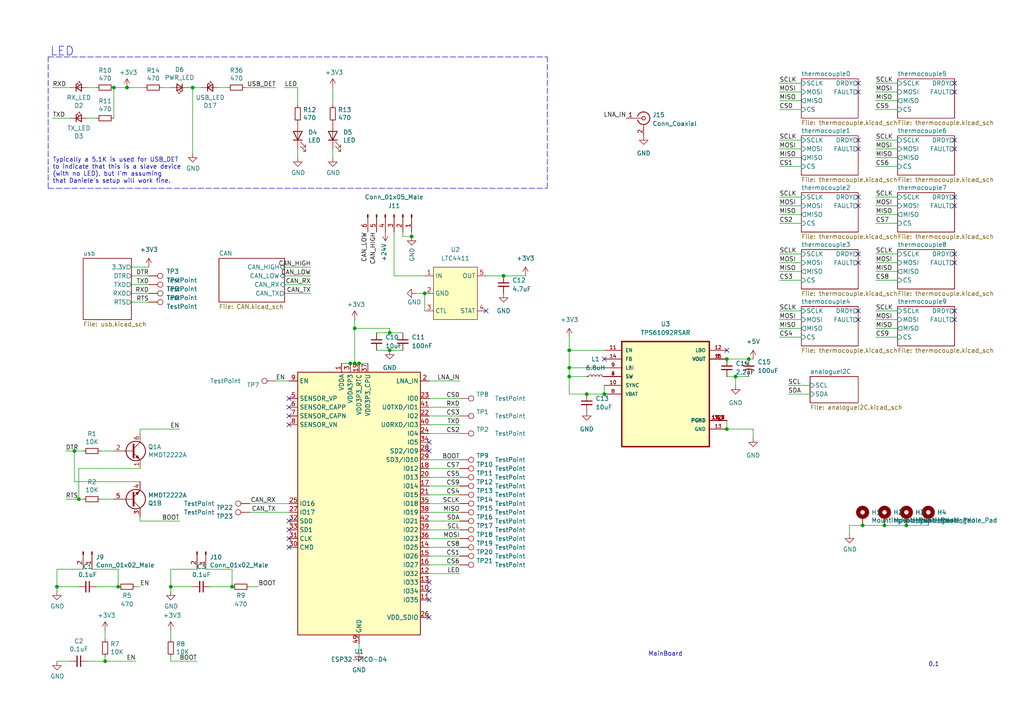
<source format=kicad_sch>
(kicad_sch (version 20211123) (generator eeschema)
  (paper "A4")
  (lib_symbols
    (symbol "Connector:Conn_01x02_Male" (pin_names (offset 1.016) hide)
      (property "Reference" "J" (at 0 2.54 0))
      (property "Value" "Conn_01x02_Male" (at 0 -5.08 0))
      (symbol "Conn_01x02_Male_1_1"
        (pin passive line (at 5.08 0 180) (length 3.81) (name "Pin_1") (number "1"))
        (pin passive line (at 5.08 -2.54 180) (length 3.81) (name "Pin_2") (number "2"))
      )
    )
    (symbol "Connector:Conn_01x06_Male" (pin_names (offset 1.016) hide)
      (property "Reference" "J" (at 0 7.62 0))
      (property "Value" "Conn_01x06_Male" (at 0 -10.16 0))
      (symbol "Conn_01x06_Male_1_1"
        (pin passive line (at 5.08 5.08 180) (length 3.81) (name "Pin_1") (number "1"))
        (pin passive line (at 5.08 2.54 180) (length 3.81) (name "Pin_2") (number "2"))
        (pin passive line (at 5.08 0 180) (length 3.81) (name "Pin_3") (number "3"))
        (pin passive line (at 5.08 -2.54 180) (length 3.81) (name "Pin_4") (number "4"))
        (pin passive line (at 5.08 -5.08 180) (length 3.81) (name "Pin_5") (number "5"))
        (pin passive line (at 5.08 -7.62 180) (length 3.81) (name "Pin_6") (number "6"))
      )
    )
    (symbol "Connector:Conn_Coaxial" (pin_names (offset 1.016) hide)
      (property "Reference" "J" (at 0.254 3.048 0))
      (property "Value" "Conn_Coaxial" (at 2.921 0 90))
      (symbol "Conn_Coaxial_1_1"
        (pin passive line (at -5.08 0 0) (length 2.54) (name "In") (number "1"))
        (pin passive line (at 0 -5.08 90) (length 2.54) (name "Ext") (number "2"))
      )
    )
    (symbol "Connector:TestPoint" (pin_numbers hide) (pin_names (offset 0.762) hide)
      (property "Reference" "TP" (at 0 6.858 0))
      (property "Value" "TestPoint" (at 0 5.08 0))
      (symbol "TestPoint_1_1"
        (pin passive line (at 0 0 90) (length 2.54) (name "1") (number "1"))
      )
    )
    (symbol "Device:C_Polarized_Small_US" (pin_numbers hide) (pin_names (offset 0.254) hide)
      (property "Reference" "C" (at 0.254 1.778 0))
      (property "Value" "C_Polarized_Small_US" (at 0.254 -2.032 0))
      (symbol "C_Polarized_Small_US_1_1"
        (pin passive line (at 0 2.54 270) (length 2.032) (name "~") (number "1"))
        (pin passive line (at 0 -2.54 90) (length 2.032) (name "~") (number "2"))
      )
    )
    (symbol "Device:C_Small" (pin_numbers hide) (pin_names (offset 0.254) hide)
      (property "Reference" "C" (at 0.254 1.778 0))
      (property "Value" "C_Small" (at 0.254 -2.032 0))
      (symbol "C_Small_1_1"
        (pin passive line (at 0 2.54 270) (length 2.032) (name "~") (number "1"))
        (pin passive line (at 0 -2.54 90) (length 2.032) (name "~") (number "2"))
      )
    )
    (symbol "Device:LED" (pin_numbers hide) (pin_names (offset 1.016) hide)
      (property "Reference" "D" (at 0 2.54 0))
      (property "Value" "LED" (at 0 -2.54 0))
      (symbol "LED_1_1"
        (pin passive line (at -3.81 0 0) (length 2.54) (name "K") (number "1"))
        (pin passive line (at 3.81 0 180) (length 2.54) (name "A") (number "2"))
      )
    )
    (symbol "Device:LED_Small" (pin_numbers hide) (pin_names (offset 0.254) hide)
      (property "Reference" "D" (at -1.27 3.175 0))
      (property "Value" "LED_Small" (at -4.445 -2.54 0))
      (symbol "LED_Small_1_1"
        (pin passive line (at -2.54 0 0) (length 1.778) (name "K") (number "1"))
        (pin passive line (at 2.54 0 180) (length 1.778) (name "A") (number "2"))
      )
    )
    (symbol "Device:L_Small" (pin_numbers hide) (pin_names (offset 0.254) hide)
      (property "Reference" "L" (at 0.762 1.016 0))
      (property "Value" "L_Small" (at 0.762 -1.016 0))
      (symbol "L_Small_1_1"
        (pin passive line (at 0 2.54 270) (length 0.508) (name "~") (number "1"))
        (pin passive line (at 0 -2.54 90) (length 0.508) (name "~") (number "2"))
      )
    )
    (symbol "Device:R_Small" (pin_numbers hide) (pin_names (offset 0.254) hide)
      (property "Reference" "R" (at 0.762 0.508 0))
      (property "Value" "R_Small" (at 0.762 -1.016 0))
      (symbol "R_Small_1_1"
        (pin passive line (at 0 2.54 270) (length 0.762) (name "~") (number "1"))
        (pin passive line (at 0 -2.54 90) (length 0.762) (name "~") (number "2"))
      )
    )
    (symbol "Mainboard-rescue:+3.3V-Mainboard-cache" (power) (pin_names (offset 0))
      (property "Value" "+3.3V-Mainboard-cache" (at 0 3.556 0))
      (symbol "+3.3V-Mainboard-cache_1_1"
        (pin power_in line (at 0 0 90) (length 0) hide (name "+3V3") (number "1"))
      )
    )
    (symbol "Mechanical:MountingHole_Pad" (pin_numbers hide) (pin_names (offset 1.016) hide)
      (property "Reference" "H" (at 0 6.35 0))
      (property "Value" "MountingHole_Pad" (at 0 4.445 0))
      (symbol "MountingHole_Pad_1_1"
        (pin input line (at 0 -2.54 90) (length 2.54) (name "1") (number "1"))
      )
    )
    (symbol "RF_Module:ESP32-PICO-D4"
      (property "Reference" "U" (at -17.78 39.37 0))
      (property "Value" "ESP32-PICO-D4" (at 3.81 39.37 0))
      (symbol "ESP32-PICO-D4_0_0"
        (pin power_in line (at -5.08 40.64 270) (length 2.54) (name "VDDA") (number "1"))
        (pin input line (at 20.32 -25.4 180) (length 2.54) (name "IO34") (number "10"))
        (pin input line (at 20.32 -27.94 180) (length 2.54) (name "IO35") (number "11"))
        (pin bidirectional line (at 20.32 -20.32 180) (length 2.54) (name "IO32") (number "12"))
        (pin bidirectional line (at 20.32 -22.86 180) (length 2.54) (name "IO33") (number "13"))
        (pin bidirectional line (at 20.32 -12.7 180) (length 2.54) (name "IO25") (number "14"))
        (pin bidirectional line (at 20.32 -15.24 180) (length 2.54) (name "IO26") (number "15"))
        (pin bidirectional line (at 20.32 -17.78 180) (length 2.54) (name "IO27") (number "16"))
        (pin bidirectional line (at 20.32 5.08 180) (length 2.54) (name "IO14") (number "17"))
        (pin bidirectional line (at 20.32 10.16 180) (length 2.54) (name "IO12") (number "18"))
        (pin power_in line (at 0 40.64 270) (length 2.54) (name "VDD3P3_RTC") (number "19"))
        (pin bidirectional line (at 20.32 35.56 180) (length 2.54) (name "LNA_IN") (number "2"))
        (pin bidirectional line (at 20.32 7.62 180) (length 2.54) (name "IO13") (number "20"))
        (pin bidirectional line (at 20.32 2.54 180) (length 2.54) (name "IO15") (number "21"))
        (pin bidirectional line (at 20.32 25.4 180) (length 2.54) (name "IO2") (number "22"))
        (pin bidirectional line (at 20.32 30.48 180) (length 2.54) (name "IO0") (number "23"))
        (pin bidirectional line (at 20.32 20.32 180) (length 2.54) (name "IO4") (number "24"))
        (pin bidirectional line (at -20.32 0 0) (length 2.54) (name "IO16") (number "25"))
        (pin power_out line (at 20.32 -33.02 180) (length 2.54) (name "VDD_SDIO") (number "26"))
        (pin bidirectional line (at -20.32 -2.54 0) (length 2.54) (name "IO17") (number "27"))
        (pin bidirectional line (at 20.32 15.24 180) (length 2.54) (name "SD2/IO9") (number "28"))
        (pin bidirectional line (at 20.32 12.7 180) (length 2.54) (name "SD3/IO10") (number "29"))
        (pin power_in line (at -2.54 40.64 270) (length 2.54) (name "VDDA3P3") (number "3"))
        (pin bidirectional line (at -20.32 -12.7 0) (length 2.54) (name "CMD") (number "30"))
        (pin bidirectional line (at -20.32 -10.16 0) (length 2.54) (name "CLK") (number "31"))
        (pin bidirectional line (at -20.32 -5.08 0) (length 2.54) (name "SD0") (number "32"))
        (pin bidirectional line (at -20.32 -7.62 0) (length 2.54) (name "SD1") (number "33"))
        (pin bidirectional line (at 20.32 17.78 180) (length 2.54) (name "IO5") (number "34"))
        (pin bidirectional line (at 20.32 0 180) (length 2.54) (name "IO18") (number "35"))
        (pin bidirectional line (at 20.32 -10.16 180) (length 2.54) (name "IO23") (number "36"))
        (pin power_in line (at 2.54 40.64 270) (length 2.54) (name "VDD3P3_CPU") (number "37"))
        (pin bidirectional line (at 20.32 -2.54 180) (length 2.54) (name "IO19") (number "38"))
        (pin bidirectional line (at 20.32 -7.62 180) (length 2.54) (name "IO22") (number "39"))
        (pin passive line (at -2.54 40.64 270) (length 2.54) hide (name "VDDA3P3") (number "4"))
        (pin bidirectional line (at 20.32 22.86 180) (length 2.54) (name "U0RXD/IO3") (number "40"))
        (pin bidirectional line (at 20.32 27.94 180) (length 2.54) (name "U0TXD/IO1") (number "41"))
        (pin bidirectional line (at 20.32 -5.08 180) (length 2.54) (name "IO21") (number "42"))
        (pin passive line (at -5.08 40.64 270) (length 2.54) hide (name "VDDA") (number "43"))
        (pin no_connect line (at -17.78 -25.4 0) (length 2.54) hide (name "XTAL_N_NC") (number "44"))
        (pin no_connect line (at -17.78 -27.94 0) (length 2.54) hide (name "XTAL_P_NC") (number "45"))
        (pin passive line (at -5.08 40.64 270) (length 2.54) hide (name "VDDA") (number "46"))
        (pin no_connect line (at -17.78 -30.48 0) (length 2.54) hide (name "CAP2_NC") (number "47"))
        (pin no_connect line (at -17.78 -33.02 0) (length 2.54) hide (name "CAP1_NC") (number "48"))
        (pin power_in line (at 0 -40.64 90) (length 2.54) (name "GND") (number "49"))
        (pin input line (at -20.32 30.48 0) (length 2.54) (name "SENSOR_VP") (number "5"))
        (pin input line (at -20.32 27.94 0) (length 2.54) (name "SENSOR_CAPP") (number "6"))
        (pin input line (at -20.32 25.4 0) (length 2.54) (name "SENSOR_CAPN") (number "7"))
        (pin input line (at -20.32 22.86 0) (length 2.54) (name "SENSOR_VN") (number "8"))
        (pin input line (at -20.32 35.56 0) (length 2.54) (name "EN") (number "9"))
      )
    )
    (symbol "Transistor_BJT:MMDT2222A" (pin_names (offset 0) hide)
      (property "Reference" "Q" (at 5.08 1.27 0))
      (property "Value" "MMDT2222A" (at 5.08 -1.27 0))
      (symbol "MMDT2222A_1_1"
        (pin passive line (at 2.54 -5.08 90) (length 2.54) (name "E1") (number "1"))
        (pin input line (at -5.08 0 0) (length 2.54) (name "B1") (number "2"))
        (pin passive line (at 2.54 5.08 270) (length 2.54) (name "C1") (number "6"))
      )
      (symbol "MMDT2222A_2_1"
        (pin passive line (at 2.54 5.08 270) (length 2.54) (name "C2") (number "3"))
        (pin passive line (at 2.54 -5.08 90) (length 2.54) (name "E2") (number "4"))
        (pin input line (at -5.08 0 0) (length 2.54) (name "B2") (number "5"))
      )
    )
    (symbol "analogue-cache:+3.3V" (power) (pin_names (offset 0))
      (property "Value" "+3.3V" (at 0 3.556 0))
      (symbol "+3.3V_1_1"
        (pin power_in line (at 0 0 90) (length 0) hide (name "+3V3") (number "1"))
      )
    )
    (symbol "iclr:LTC4411"
      (property "Reference" "U" (at 0 1.27 0))
      (property "Value" "LTC4411" (at 0 -1.27 0))
      (symbol "LTC4411_1_1"
        (pin power_in line (at -8.89 -5.08 0) (length 2.54) (name "IN") (number "1"))
        (pin output line (at -8.89 -10.16 0) (length 2.54) (name "GND") (number "2"))
        (pin input line (at -8.89 -15.24 0) (length 2.54) (name "CTL") (number "3"))
        (pin input line (at 8.89 -15.24 180) (length 2.54) (name "STAT") (number "4"))
        (pin power_out line (at 8.89 -5.08 180) (length 2.54) (name "OUT") (number "5"))
      )
    )
    (symbol "iclr:TPS61092RSAR" (pin_names (offset 1.016))
      (property "Reference" "U" (at -12.7 16.2306 0))
      (property "Value" "TPS61092RSAR" (at -12.7 -19.2278 0))
      (symbol "TPS61092RSAR_0_0"
        (pin output line (at 17.78 10.16 180) (length 5.08) (name "VOUT") (number "1"))
        (pin input line (at -17.78 2.54 0) (length 5.08) (name "SYNC") (number "10"))
        (pin input line (at -17.78 12.7 0) (length 5.08) (name "EN") (number "11"))
        (pin output line (at 17.78 12.7 180) (length 5.08) (name "LBO") (number "12"))
        (pin power_in line (at 17.78 -10.16 180) (length 5.08) (name "GND") (number "13"))
        (pin input line (at -17.78 10.16 0) (length 5.08) (name "FB") (number "14"))
        (pin output line (at 17.78 10.16 180) (length 5.08) (name "VOUT") (number "15"))
        (pin output line (at 17.78 10.16 180) (length 5.08) (name "VOUT") (number "16"))
        (pin power_in line (at 17.78 -7.62 180) (length 5.08) (name "PGND") (number "17"))
        (pin power_in line (at 17.78 -7.62 180) (length 5.08) (name "PGND") (number "17_1"))
        (pin power_in line (at 17.78 -7.62 180) (length 5.08) (name "PGND") (number "17_2"))
        (pin power_in line (at 17.78 -7.62 180) (length 5.08) (name "PGND") (number "17_3"))
        (pin power_in line (at 17.78 -7.62 180) (length 5.08) (name "PGND") (number "17_4"))
        (pin power_in line (at 17.78 -7.62 180) (length 5.08) (name "PGND") (number "17_5"))
        (pin power_in line (at 17.78 -7.62 180) (length 5.08) (name "PGND") (number "17_6"))
        (pin power_in line (at 17.78 -7.62 180) (length 5.08) (name "PGND") (number "17_7"))
        (pin power_in line (at 17.78 -7.62 180) (length 5.08) (name "PGND") (number "17_8"))
        (pin power_in line (at 17.78 -7.62 180) (length 5.08) (name "PGND") (number "17_9"))
        (pin input line (at -17.78 5.08 0) (length 5.08) (name "SW") (number "3"))
        (pin input line (at -17.78 5.08 0) (length 5.08) (name "SW") (number "4"))
        (pin power_in line (at 17.78 -7.62 180) (length 5.08) (name "PGND") (number "5"))
        (pin power_in line (at 17.78 -7.62 180) (length 5.08) (name "PGND") (number "6"))
        (pin power_in line (at 17.78 -7.62 180) (length 5.08) (name "PGND") (number "7"))
        (pin input line (at -17.78 0 0) (length 5.08) (name "VBAT") (number "8"))
        (pin input line (at -17.78 7.62 0) (length 5.08) (name "LBI") (number "9"))
      )
    )
    (symbol "power:+24V" (power) (pin_names (offset 0))
      (property "Value" "+24V" (at 0 3.556 0))
      (symbol "+24V_1_1"
        (pin power_in line (at 0 0 90) (length 0) hide (name "+24V") (number "1"))
      )
    )
    (symbol "power:+3.3V" (power) (pin_names (offset 0))
      (property "Value" "+3.3V" (at 0 3.556 0))
      (symbol "+3.3V_1_1"
        (pin power_in line (at 0 0 90) (length 0) hide (name "+3V3") (number "1"))
      )
    )
    (symbol "power:+5V" (power) (pin_names (offset 0))
      (property "Value" "+5V" (at 0 3.556 0))
      (symbol "+5V_1_1"
        (pin power_in line (at 0 0 90) (length 0) hide (name "+5V") (number "1"))
      )
    )
    (symbol "power:GND" (power) (pin_names (offset 0))
      (property "Value" "GND" (at 0 -3.81 0))
      (symbol "GND_1_1"
        (pin power_in line (at 0 0 270) (length 0) hide (name "GND") (number "1"))
      )
    )
  )
  (junction (at 146.05 80.01))
  (junction (at 165.1 109.22))
  (junction (at 213.36 109.22))
  (junction (at 22.86 144.78))
  (junction (at 250.19 152.4))
  (junction (at 102.87 105.41))
  (junction (at 170.18 114.3))
  (junction (at 165.1 101.6))
  (junction (at 30.48 191.77))
  (junction (at 33.02 25.4))
  (junction (at 210.82 104.14))
  (junction (at 113.03 101.6))
  (junction (at 67.31 170.18))
  (junction (at 119.38 68.58))
  (junction (at 123.19 85.09))
  (junction (at 175.26 114.3))
  (junction (at 217.17 104.14))
  (junction (at 113.03 96.52))
  (junction (at 101.6 105.41))
  (junction (at 104.14 105.41))
  (junction (at 55.88 25.4))
  (junction (at 36.83 25.4))
  (junction (at 16.51 170.18))
  (junction (at 21.59 130.81))
  (junction (at 165.1 106.68))
  (junction (at 262.89 152.4))
  (junction (at 102.87 95.25))
  (junction (at 210.82 124.46))
  (junction (at 49.53 170.18))
  (junction (at 34.29 170.18))
  (junction (at 256.54 152.4))
  (no_connect (at 248.92 26.67))
  (no_connect (at 248.92 92.71))
  (no_connect (at 276.86 76.2))
  (no_connect (at 248.92 59.69))
  (no_connect (at 276.86 26.67))
  (no_connect (at 248.92 43.18))
  (no_connect (at 276.86 90.17))
  (no_connect (at 83.82 158.75))
  (no_connect (at 248.92 73.66))
  (no_connect (at 140.97 90.17))
  (no_connect (at 276.86 24.13))
  (no_connect (at 248.92 90.17))
  (no_connect (at 124.46 130.81))
  (no_connect (at 210.82 101.6))
  (no_connect (at 124.46 128.27))
  (no_connect (at 124.46 179.07))
  (no_connect (at 124.46 173.99))
  (no_connect (at 124.46 171.45))
  (no_connect (at 175.26 104.14))
  (no_connect (at 83.82 151.13))
  (no_connect (at 276.86 59.69))
  (no_connect (at 124.46 168.91))
  (no_connect (at 83.82 120.65))
  (no_connect (at 83.82 123.19))
  (no_connect (at 83.82 118.11))
  (no_connect (at 83.82 115.57))
  (no_connect (at 276.86 40.64))
  (no_connect (at 83.82 156.21))
  (no_connect (at 248.92 24.13))
  (no_connect (at 248.92 76.2))
  (no_connect (at 248.92 57.15))
  (no_connect (at 248.92 40.64))
  (no_connect (at 276.86 92.71))
  (no_connect (at 276.86 73.66))
  (no_connect (at 276.86 43.18))
  (no_connect (at 276.86 57.15))
  (no_connect (at 83.82 153.67))
  (wire (pts (xy 254 76.2) (xy 260.35 76.2)))
  (wire (pts (xy 124.46 163.83) (xy 133.35 163.83)))
  (wire (pts (xy 101.6 105.41) (xy 102.87 105.41)))
  (wire (pts (xy 232.41 62.23) (xy 226.06 62.23)))
  (wire (pts (xy 99.06 105.41) (xy 101.6 105.41)))
  (wire (pts (xy 123.19 85.09) (xy 123.19 90.17)))
  (wire (pts (xy 21.59 139.7) (xy 40.64 139.7)))
  (wire (pts (xy 246.38 152.4) (xy 246.38 154.94)))
  (polyline (pts (xy 13.97 54.61) (xy 13.97 16.51)))
  (wire (pts (xy 254 26.67) (xy 260.35 26.67)))
  (wire (pts (xy 260.35 95.25) (xy 254 95.25)))
  (wire (pts (xy 116.84 67.31) (xy 116.84 68.58)))
  (wire (pts (xy 49.53 182.88) (xy 49.53 185.42)))
  (wire (pts (xy 254 81.28) (xy 260.35 81.28)))
  (wire (pts (xy 226.06 31.75) (xy 232.41 31.75)))
  (wire (pts (xy 16.51 191.77) (xy 20.32 191.77)))
  (wire (pts (xy 254 31.75) (xy 260.35 31.75)))
  (wire (pts (xy 232.41 29.21) (xy 226.06 29.21)))
  (wire (pts (xy 254 57.15) (xy 260.35 57.15)))
  (wire (pts (xy 16.51 170.18) (xy 16.51 171.45)))
  (wire (pts (xy 232.41 95.25) (xy 226.06 95.25)))
  (wire (pts (xy 254 64.77) (xy 260.35 64.77)))
  (wire (pts (xy 254 73.66) (xy 260.35 73.66)))
  (wire (pts (xy 38.1 82.55) (xy 43.18 82.55)))
  (wire (pts (xy 109.22 101.6) (xy 113.03 101.6)))
  (wire (pts (xy 165.1 114.3) (xy 170.18 114.3)))
  (wire (pts (xy 96.52 25.4) (xy 96.52 30.48)))
  (wire (pts (xy 16.51 165.1) (xy 16.51 170.18)))
  (wire (pts (xy 82.55 85.09) (xy 90.17 85.09)))
  (wire (pts (xy 226.06 48.26) (xy 232.41 48.26)))
  (wire (pts (xy 124.46 148.59) (xy 133.35 148.59)))
  (wire (pts (xy 38.1 80.01) (xy 43.18 80.01)))
  (wire (pts (xy 218.44 124.46) (xy 218.44 127)))
  (wire (pts (xy 109.22 96.52) (xy 113.03 96.52)))
  (wire (pts (xy 114.3 80.01) (xy 123.19 80.01)))
  (wire (pts (xy 102.87 105.41) (xy 104.14 105.41)))
  (wire (pts (xy 58.42 25.4) (xy 55.88 25.4)))
  (wire (pts (xy 21.59 130.81) (xy 21.59 139.7)))
  (wire (pts (xy 80.01 25.4) (xy 71.12 25.4)))
  (wire (pts (xy 260.35 45.72) (xy 254 45.72)))
  (wire (pts (xy 133.35 146.05) (xy 124.46 146.05)))
  (wire (pts (xy 120.65 85.09) (xy 123.19 85.09)))
  (wire (pts (xy 72.39 146.05) (xy 83.82 146.05)))
  (wire (pts (xy 49.53 165.1) (xy 49.53 170.18)))
  (wire (pts (xy 124.46 156.21) (xy 133.35 156.21)))
  (wire (pts (xy 165.1 109.22) (xy 165.1 114.3)))
  (wire (pts (xy 254 90.17) (xy 260.35 90.17)))
  (wire (pts (xy 22.86 170.18) (xy 16.51 170.18)))
  (wire (pts (xy 175.26 111.76) (xy 175.26 114.3)))
  (wire (pts (xy 82.55 80.01) (xy 90.17 80.01)))
  (wire (pts (xy 254 48.26) (xy 260.35 48.26)))
  (wire (pts (xy 24.13 130.81) (xy 21.59 130.81)))
  (wire (pts (xy 104.14 186.69) (xy 104.14 189.23)))
  (wire (pts (xy 15.24 34.29) (xy 20.32 34.29)))
  (wire (pts (xy 210.82 121.92) (xy 210.82 124.46)))
  (wire (pts (xy 124.46 120.65) (xy 133.35 120.65)))
  (wire (pts (xy 55.88 25.4) (xy 55.88 44.45)))
  (wire (pts (xy 254 59.69) (xy 260.35 59.69)))
  (wire (pts (xy 55.88 25.4) (xy 54.61 25.4)))
  (polyline (pts (xy 13.97 54.61) (xy 158.75 54.61)))
  (wire (pts (xy 25.4 34.29) (xy 27.94 34.29)))
  (wire (pts (xy 165.1 97.79) (xy 165.1 101.6)))
  (wire (pts (xy 254 97.79) (xy 260.35 97.79)))
  (wire (pts (xy 38.1 85.09) (xy 43.18 85.09)))
  (wire (pts (xy 82.55 25.4) (xy 86.36 25.4)))
  (wire (pts (xy 72.39 148.59) (xy 83.82 148.59)))
  (wire (pts (xy 16.51 165.1) (xy 24.13 165.1)))
  (wire (pts (xy 80.01 110.49) (xy 83.82 110.49)))
  (wire (pts (xy 86.36 25.4) (xy 86.36 30.48)))
  (wire (pts (xy 33.02 25.4) (xy 36.83 25.4)))
  (wire (pts (xy 38.1 77.47) (xy 43.18 77.47)))
  (wire (pts (xy 226.06 43.18) (xy 232.41 43.18)))
  (wire (pts (xy 102.87 95.25) (xy 102.87 105.41)))
  (wire (pts (xy 96.52 45.72) (xy 96.52 43.18)))
  (wire (pts (xy 226.06 73.66) (xy 232.41 73.66)))
  (wire (pts (xy 113.03 96.52) (xy 116.84 96.52)))
  (wire (pts (xy 213.36 109.22) (xy 213.36 111.76)))
  (wire (pts (xy 24.13 144.78) (xy 22.86 144.78)))
  (wire (pts (xy 86.36 45.72) (xy 86.36 43.18)))
  (wire (pts (xy 226.06 40.64) (xy 232.41 40.64)))
  (wire (pts (xy 22.86 144.78) (xy 22.86 135.89)))
  (wire (pts (xy 140.97 80.01) (xy 146.05 80.01)))
  (wire (pts (xy 226.06 81.28) (xy 232.41 81.28)))
  (wire (pts (xy 46.99 25.4) (xy 49.53 25.4)))
  (wire (pts (xy 124.46 110.49) (xy 133.35 110.49)))
  (wire (pts (xy 34.29 170.18) (xy 34.29 165.1)))
  (wire (pts (xy 40.64 170.18) (xy 39.37 170.18)))
  (wire (pts (xy 38.1 87.63) (xy 43.18 87.63)))
  (polyline (pts (xy 13.97 16.51) (xy 158.75 16.51)))
  (wire (pts (xy 226.06 59.69) (xy 232.41 59.69)))
  (wire (pts (xy 260.35 29.21) (xy 254 29.21)))
  (wire (pts (xy 262.89 152.4) (xy 269.24 152.4)))
  (polyline (pts (xy 158.75 54.61) (xy 158.75 16.51)))
  (wire (pts (xy 165.1 109.22) (xy 170.18 109.22)))
  (wire (pts (xy 226.06 64.77) (xy 232.41 64.77)))
  (wire (pts (xy 60.96 170.18) (xy 67.31 170.18)))
  (wire (pts (xy 119.38 67.31) (xy 119.38 68.58)))
  (wire (pts (xy 210.82 124.46) (xy 218.44 124.46)))
  (wire (pts (xy 55.88 170.18) (xy 49.53 170.18)))
  (wire (pts (xy 49.53 191.77) (xy 49.53 190.5)))
  (wire (pts (xy 15.24 25.4) (xy 20.32 25.4)))
  (wire (pts (xy 260.35 62.23) (xy 254 62.23)))
  (wire (pts (xy 254 40.64) (xy 260.35 40.64)))
  (wire (pts (xy 124.46 123.19) (xy 133.35 123.19)))
  (wire (pts (xy 29.21 144.78) (xy 33.02 144.78)))
  (wire (pts (xy 124.46 161.29) (xy 133.35 161.29)))
  (wire (pts (xy 113.03 101.6) (xy 116.84 101.6)))
  (wire (pts (xy 250.19 152.4) (xy 256.54 152.4)))
  (wire (pts (xy 254 43.18) (xy 260.35 43.18)))
  (wire (pts (xy 165.1 101.6) (xy 165.1 106.68)))
  (wire (pts (xy 124.46 140.97) (xy 133.35 140.97)))
  (wire (pts (xy 30.48 191.77) (xy 39.37 191.77)))
  (wire (pts (xy 226.06 24.13) (xy 232.41 24.13)))
  (wire (pts (xy 57.15 191.77) (xy 49.53 191.77)))
  (wire (pts (xy 116.84 68.58) (xy 119.38 68.58)))
  (wire (pts (xy 165.1 106.68) (xy 165.1 109.22)))
  (wire (pts (xy 27.94 170.18) (xy 34.29 170.18)))
  (wire (pts (xy 228.6 111.76) (xy 234.95 111.76)))
  (wire (pts (xy 217.17 104.14) (xy 218.44 104.14)))
  (wire (pts (xy 226.06 76.2) (xy 232.41 76.2)))
  (wire (pts (xy 25.4 191.77) (xy 30.48 191.77)))
  (wire (pts (xy 59.69 165.1) (xy 67.31 165.1)))
  (wire (pts (xy 228.6 114.3) (xy 234.95 114.3)))
  (wire (pts (xy 49.53 165.1) (xy 57.15 165.1)))
  (wire (pts (xy 254 24.13) (xy 260.35 24.13)))
  (wire (pts (xy 165.1 106.68) (xy 175.26 106.68)))
  (wire (pts (xy 210.82 109.22) (xy 213.36 109.22)))
  (wire (pts (xy 210.82 104.14) (xy 217.17 104.14)))
  (wire (pts (xy 21.59 130.81) (xy 19.05 130.81)))
  (wire (pts (xy 30.48 182.88) (xy 30.48 185.42)))
  (wire (pts (xy 124.46 115.57) (xy 133.35 115.57)))
  (wire (pts (xy 226.06 97.79) (xy 232.41 97.79)))
  (wire (pts (xy 124.46 143.51) (xy 133.35 143.51)))
  (wire (pts (xy 226.06 90.17) (xy 232.41 90.17)))
  (wire (pts (xy 33.02 130.81) (xy 29.21 130.81)))
  (wire (pts (xy 226.06 57.15) (xy 232.41 57.15)))
  (wire (pts (xy 25.4 25.4) (xy 27.94 25.4)))
  (wire (pts (xy 133.35 153.67) (xy 124.46 153.67)))
  (wire (pts (xy 226.06 92.71) (xy 232.41 92.71)))
  (wire (pts (xy 254 92.71) (xy 260.35 92.71)))
  (wire (pts (xy 22.86 144.78) (xy 19.05 144.78)))
  (wire (pts (xy 170.18 114.3) (xy 175.26 114.3)))
  (wire (pts (xy 30.48 191.77) (xy 30.48 190.5)))
  (wire (pts (xy 114.3 67.31) (xy 114.3 80.01)))
  (wire (pts (xy 260.35 78.74) (xy 254 78.74)))
  (wire (pts (xy 102.87 95.25) (xy 113.03 95.25)))
  (wire (pts (xy 175.26 101.6) (xy 165.1 101.6)))
  (wire (pts (xy 124.46 151.13) (xy 133.35 151.13)))
  (wire (pts (xy 232.41 45.72) (xy 226.06 45.72)))
  (wire (pts (xy 213.36 109.22) (xy 217.17 109.22)))
  (wire (pts (xy 113.03 95.25) (xy 113.03 96.52)))
  (wire (pts (xy 40.64 149.86) (xy 40.64 151.13)))
  (wire (pts (xy 146.05 80.01) (xy 152.4 80.01)))
  (wire (pts (xy 33.02 25.4) (xy 33.02 34.29)))
  (wire (pts (xy 124.46 118.11) (xy 133.35 118.11)))
  (wire (pts (xy 256.54 152.4) (xy 262.89 152.4)))
  (wire (pts (xy 250.19 152.4) (xy 246.38 152.4)))
  (wire (pts (xy 104.14 105.41) (xy 106.68 105.41)))
  (wire (pts (xy 124.46 125.73) (xy 133.35 125.73)))
  (wire (pts (xy 124.46 166.37) (xy 133.35 166.37)))
  (wire (pts (xy 82.55 77.47) (xy 90.17 77.47)))
  (wire (pts (xy 26.67 165.1) (xy 34.29 165.1)))
  (wire (pts (xy 102.87 92.71) (xy 102.87 95.25)))
  (wire (pts (xy 40.64 125.73) (xy 40.64 124.46)))
  (wire (pts (xy 40.64 151.13) (xy 52.07 151.13)))
  (wire (pts (xy 22.86 135.89) (xy 40.64 135.89)))
  (wire (pts (xy 36.83 25.4) (xy 41.91 25.4)))
  (wire (pts (xy 74.93 170.18) (xy 72.39 170.18)))
  (wire (pts (xy 63.5 25.4) (xy 66.04 25.4)))
  (wire (pts (xy 133.35 138.43) (xy 124.46 138.43)))
  (wire (pts (xy 124.46 133.35) (xy 133.35 133.35)))
  (wire (pts (xy 40.64 124.46) (xy 52.07 124.46)))
  (wire (pts (xy 124.46 158.75) (xy 133.35 158.75)))
  (wire (pts (xy 124.46 135.89) (xy 133.35 135.89)))
  (wire (pts (xy 67.31 170.18) (xy 67.31 165.1)))
  (wire (pts (xy 82.55 82.55) (xy 90.17 82.55)))
  (wire (pts (xy 232.41 78.74) (xy 226.06 78.74)))
  (wire (pts (xy 226.06 26.67) (xy 232.41 26.67)))
  (wire (pts (xy 49.53 170.18) (xy 49.53 171.45)))
  (text "LED" (at 21.59 16.51 180) (effects (font (size 2.54 2.54)) (justify right bottom)))
  (text "MainBoard\n" (at 187.96 190.5 0) (effects (font (size 1.27 1.27)) (justify left bottom)))
  (text "0.1\n\n" (at 269.24 195.58 0) (effects (font (size 1.27 1.27)) (justify left bottom)))
  (text "Typically a 5.1K is used for USB_DET\nto indicate that this is a slave device\n(with no LED), but I'm assuming \nthat Daniele's setup will work fine." (at 15.24 53.34 0) (effects (font (size 1.27 1.27)) (justify left bottom)))
  (label "SCLK" (at 133.35 146.05 180))
  (label "BOOT" (at 133.35 133.35 180))
  (label "CS4" (at 226.06 97.79 0))
  (label "DTR" (at 43.18 80.01 180))
  (label "EN" (at 80.01 110.49 0))
  (label "CAN_TX" (at 80.01 148.59 180))
  (label "MOSI" (at 254 92.71 0))
  (label "MISO" (at 226.06 95.25 0))
  (label "CS6" (at 133.35 163.83 180))
  (label "MISO" (at 226.06 62.23 0))
  (label "SCLK" (at 226.06 73.66 0))
  (label "CS0" (at 226.06 31.75 0))
  (label "CS5" (at 254 31.75 0))
  (label "CS9" (at 254 97.79 0))
  (label "MISO" (at 254 95.25 0))
  (label "CAN_RX" (at 90.17 82.55 180))
  (label "MOSI" (at 254 59.69 0))
  (label "MOSI" (at 254 76.2 0))
  (label "CS1" (at 226.06 48.26 0))
  (label "EN" (at 39.37 191.77 180))
  (label "CS2" (at 133.35 125.73 180))
  (label "CAN_LOW" (at 106.68 67.31 270))
  (label "CS4" (at 133.35 143.51 180))
  (label "MISO" (at 254 78.74 0))
  (label "BOOT" (at 57.15 191.77 180))
  (label "MOSI" (at 133.35 156.21 180))
  (label "DTR" (at 19.05 130.81 0))
  (label "BOOT" (at 52.07 151.13 180))
  (label "MOSI" (at 254 43.18 0))
  (label "RTS" (at 43.18 87.63 180))
  (label "CS7" (at 254 64.77 0))
  (label "SCLK" (at 254 57.15 0))
  (label "CAN_RX" (at 80.01 146.05 180))
  (label "MOSI" (at 226.06 76.2 0))
  (label "MISO" (at 226.06 45.72 0))
  (label "MOSI" (at 254 26.67 0))
  (label "MISO" (at 254 45.72 0))
  (label "EN" (at 52.07 124.46 180))
  (label "TXD" (at 15.24 34.29 0))
  (label "TXD" (at 133.35 123.19 180))
  (label "CAN_HIGH" (at 109.22 67.31 270))
  (label "CS1" (at 133.35 161.29 180))
  (label "RXD" (at 133.35 118.11 180))
  (label "TXD" (at 43.18 82.55 180))
  (label "LNA_IN" (at 181.61 34.29 180))
  (label "MOSI" (at 226.06 26.67 0))
  (label "MOSI" (at 226.06 59.69 0))
  (label "MOSI" (at 226.06 92.71 0))
  (label "MISO" (at 226.06 78.74 0))
  (label "CAN_HIGH" (at 90.17 77.47 180))
  (label "CS5" (at 133.35 138.43 180))
  (label "CAN_TX" (at 90.17 85.09 180))
  (label "BOOT" (at 74.93 170.18 0))
  (label "SCLK" (at 254 24.13 0))
  (label "CS0" (at 133.35 115.57 180))
  (label "USB_DET" (at 80.01 25.4 180))
  (label "SCLK" (at 254 73.66 0))
  (label "SCLK" (at 254 40.64 0))
  (label "MISO" (at 226.06 29.21 0))
  (label "CAN_LOW" (at 90.17 80.01 180))
  (label "RXD" (at 43.18 85.09 180))
  (label "SCL" (at 133.35 153.67 180))
  (label "SCLK" (at 226.06 57.15 0))
  (label "SDA" (at 133.35 151.13 180))
  (label "CS3" (at 226.06 81.28 0))
  (label "CS2" (at 226.06 64.77 0))
  (label "MISO" (at 133.35 148.59 180))
  (label "LED" (at 133.35 166.37 180))
  (label "EN" (at 40.64 170.18 0))
  (label "SCLK" (at 226.06 24.13 0))
  (label "SCLK" (at 226.06 90.17 0))
  (label "CS3" (at 133.35 120.65 180))
  (label "CS8" (at 254 81.28 0))
  (label "SDA" (at 228.6 114.3 0))
  (label "MOSI" (at 226.06 43.18 0))
  (label "RXD" (at 15.24 25.4 0))
  (label "SCLK" (at 226.06 40.64 0))
  (label "RTS" (at 19.05 144.78 0))
  (label "MISO" (at 254 62.23 0))
  (label "SCL" (at 228.6 111.76 0))
  (label "CS6" (at 254 48.26 0))
  (label "CS9" (at 133.35 140.97 180))
  (label "LNA_IN" (at 133.35 110.49 180))
  (label "LED" (at 82.55 25.4 0))
  (label "CS7" (at 133.35 135.89 180))
  (label "MISO" (at 254 29.21 0))
  (label "CS8" (at 133.35 158.75 180))
  (label "SCLK" (at 254 90.17 0))
  (symbol (lib_id "power:+3.3V") (at 102.87 92.71 0) (unit 1)
    (property "Reference" "#PWR020" (effects hide))
    (property "Value" "+3.3V" (at 103.251 88.3158 0))
  )
  (symbol (lib_id "power:+3.3V") (at 30.48 182.88 0) (unit 1)
    (property "Reference" "#PWR06" (effects hide))
    (property "Value" "+3.3V" (at 30.861 178.4858 0))
  )
  (symbol (lib_id "Device:R_Small") (at 30.48 187.96 0) (unit 1)
    (property "Reference" "R7" (at 31.9786 186.7916 0) (effects (justify left)))
    (property "Value" "10K" (at 31.9786 189.103 0) (effects (justify left)))
    (property "Footprint" "Resistor_SMD:R_0603_1608Metric" (effects hide))
  )
  (symbol (lib_id "Device:C_Small") (at 22.86 191.77 270) (unit 1)
    (property "Reference" "C2" (at 22.86 185.9534 90))
    (property "Value" "0.1uF" (at 22.86 188.2648 90))
    (property "Footprint" "Capacitor_SMD:C_0603_1608Metric" (effects hide))
  )
  (symbol (lib_id "power:GND") (at 16.51 191.77 0) (unit 1)
    (property "Reference" "#PWR03" (effects hide))
    (property "Value" "GND" (at 16.637 196.1642 0))
  )
  (symbol (lib_id "power:+3.3V") (at 49.53 182.88 0) (unit 1)
    (property "Reference" "#PWR09" (effects hide))
    (property "Value" "+3.3V" (at 49.911 178.4858 0))
  )
  (symbol (lib_id "Device:R_Small") (at 49.53 187.96 0) (unit 1)
    (property "Reference" "R8" (at 51.0286 186.7916 0) (effects (justify left)))
    (property "Value" "10K" (at 51.0286 189.103 0) (effects (justify left)))
    (property "Footprint" "Resistor_SMD:R_0603_1608Metric" (effects hide))
  )
  (symbol (lib_id "power:GND") (at 49.53 171.45 0) (unit 1)
    (property "Reference" "#PWR07" (effects hide))
    (property "Value" "GND" (at 49.657 175.8442 0))
  )
  (symbol (lib_id "Device:C_Small") (at 58.42 170.18 270) (unit 1)
    (property "Reference" "C3" (at 58.42 164.3634 90))
    (property "Value" "0.1uF" (at 58.42 166.6748 90))
    (property "Footprint" "Capacitor_SMD:C_0603_1608Metric" (effects hide))
  )
  (symbol (lib_id "Device:R_Small") (at 69.85 170.18 270) (unit 1)
    (property "Reference" "R9" (at 69.85 172.72 90))
    (property "Value" "470" (at 69.85 175.26 90))
    (property "Footprint" "Resistor_SMD:R_0603_1608Metric" (effects hide))
  )
  (symbol (lib_id "power:GND") (at 16.51 171.45 0) (unit 1)
    (property "Reference" "#PWR02" (effects hide))
    (property "Value" "GND" (at 16.637 175.8442 0))
  )
  (symbol (lib_id "Device:C_Small") (at 25.4 170.18 270) (unit 1)
    (property "Reference" "C1" (at 25.4 164.3634 90))
    (property "Value" "0.1uF" (at 25.4 166.6748 90))
    (property "Footprint" "Capacitor_SMD:C_0603_1608Metric" (effects hide))
  )
  (symbol (lib_id "Device:R_Small") (at 36.83 170.18 270) (unit 1)
    (property "Reference" "R5" (at 36.83 172.72 90))
    (property "Value" "470" (at 36.83 175.26 90))
    (property "Footprint" "Resistor_SMD:R_0603_1608Metric" (effects hide))
  )
  (symbol (lib_id "Device:LED_Small") (at 22.86 34.29 0) (unit 1)
    (property "Reference" "D3" (at 22.86 39.497 0))
    (property "Value" "TX_LED" (at 22.86 37.1856 0))
    (property "Footprint" "LED_SMD:LED_0603_1608Metric" (effects hide))
  )
  (symbol (lib_id "Device:LED_Small") (at 22.86 25.4 0) (unit 1)
    (property "Reference" "D2" (at 22.86 30.607 0))
    (property "Value" "RX_LED" (at 22.86 28.2956 0))
    (property "Footprint" "LED_SMD:LED_0603_1608Metric" (effects hide))
  )
  (symbol (lib_id "Device:R_Small") (at 30.48 25.4 270) (unit 1)
    (property "Reference" "R10" (at 30.48 20.4216 90))
    (property "Value" "470" (at 30.48 22.733 90))
    (property "Footprint" "Resistor_SMD:R_0603_1608Metric" (effects hide))
  )
  (symbol (lib_id "Device:R_Small") (at 30.48 34.29 270) (unit 1)
    (property "Reference" "R11" (at 30.48 29.3116 90))
    (property "Value" "470" (at 30.48 31.623 90))
    (property "Footprint" "Resistor_SMD:R_0603_1608Metric" (effects hide))
  )
  (symbol (lib_id "power:GND") (at 55.88 44.45 0) (unit 1)
    (property "Reference" "#PWR012" (effects hide))
    (property "Value" "GND" (at 56.007 48.8442 0))
  )
  (symbol (lib_id "Device:R_Small") (at 26.67 130.81 270) (unit 1)
    (property "Reference" "R1" (at 26.67 125.8316 90))
    (property "Value" "10K" (at 26.67 128.143 90))
    (property "Footprint" "Resistor_SMD:R_0603_1608Metric" (effects hide))
  )
  (symbol (lib_id "Device:R_Small") (at 26.67 144.78 270) (unit 1)
    (property "Reference" "R2" (at 26.67 139.8016 90))
    (property "Value" "10K" (at 26.67 142.113 90))
    (property "Footprint" "Resistor_SMD:R_0603_1608Metric" (effects hide))
  )
  (symbol (lib_id "power:+3.3V") (at 36.83 25.4 0) (unit 1)
    (property "Reference" "#PWR011" (effects hide))
    (property "Value" "+3.3V" (at 37.211 21.0058 0))
  )
  (symbol (lib_id "Device:LED_Small") (at 52.07 25.4 180) (unit 1)
    (property "Reference" "D6" (at 52.07 20.193 0))
    (property "Value" "PWR_LED" (at 52.07 22.5044 0))
    (property "Footprint" "LED_SMD:LED_0603_1608Metric" (effects hide))
  )
  (symbol (lib_id "Device:R_Small") (at 44.45 25.4 270) (unit 1)
    (property "Reference" "R14" (at 44.45 20.4216 90))
    (property "Value" "470" (at 44.45 22.733 90))
    (property "Footprint" "Resistor_SMD:R_0603_1608Metric" (effects hide))
  )
  (symbol (lib_id "Connector:TestPoint") (at 133.35 158.75 270) (unit 1)
    (property "Reference" "TP19" (at 138.1252 157.5816 90) (effects (justify left)))
    (property "Value" "TestPoint" (at 143.51 158.75 90) (effects (justify left)))
    (property "Footprint" "TestPoint:TestPoint_Pad_D1.0mm" (effects hide))
  )
  (symbol (lib_id "Connector:TestPoint") (at 72.39 148.59 90) (unit 1)
    (property "Reference" "TP23" (at 67.6148 149.7584 90) (effects (justify left)))
    (property "Value" "TestPoint" (at 62.23 148.59 90) (effects (justify left)))
    (property "Footprint" "TestPoint:TestPoint_Pad_D1.0mm" (effects hide))
  )
  (symbol (lib_id "Connector:TestPoint") (at 72.39 146.05 90) (unit 1)
    (property "Reference" "TP22" (at 67.6148 147.2184 90) (effects (justify left)))
    (property "Value" "TestPoint" (at 62.23 146.05 90) (effects (justify left)))
    (property "Footprint" "TestPoint:TestPoint_Pad_D1.0mm" (effects hide))
  )
  (symbol (lib_id "Connector:TestPoint") (at 133.35 161.29 270) (unit 1)
    (property "Reference" "TP20" (at 138.1252 160.1216 90) (effects (justify left)))
    (property "Value" "TestPoint" (at 143.51 161.29 90) (effects (justify left)))
    (property "Footprint" "TestPoint:TestPoint_Pad_D1.0mm" (effects hide))
  )
  (symbol (lib_id "Connector:TestPoint") (at 133.35 163.83 270) (unit 1)
    (property "Reference" "TP21" (at 138.1252 162.6616 90) (effects (justify left)))
    (property "Value" "TestPoint" (at 143.51 163.83 90) (effects (justify left)))
    (property "Footprint" "TestPoint:TestPoint_Pad_D1.0mm" (effects hide))
  )
  (symbol (lib_id "Device:LED_Small") (at 60.96 25.4 0) (unit 1)
    (property "Reference" "D17" (at 60.96 30.607 0))
    (property "Value" "USB_LED" (at 60.96 28.2956 0))
    (property "Footprint" "LED_SMD:LED_0603_1608Metric" (effects hide))
  )
  (symbol (lib_id "Device:R_Small") (at 68.58 25.4 270) (unit 1)
    (property "Reference" "R36" (at 68.58 20.4216 90))
    (property "Value" "470" (at 68.58 22.733 90))
    (property "Footprint" "Resistor_SMD:R_0603_1608Metric" (effects hide))
  )
  (symbol (lib_id "Connector:Conn_01x02_Male") (at 26.67 160.02 270) (unit 1)
    (property "Reference" "J9" (at 27.7876 161.5948 90) (effects (justify left)))
    (property "Value" "Conn_01x02_Male" (at 27.7876 163.9062 90) (effects (justify left)))
    (property "Footprint" "Connector_PinHeader_2.54mm:PinHeader_1x02_P2.54mm_Vertical" (effects hide))
  )
  (symbol (lib_id "Connector:Conn_01x02_Male") (at 59.69 160.02 270) (unit 1)
    (property "Reference" "J10" (at 60.8076 161.5948 90) (effects (justify left)))
    (property "Value" "Conn_01x02_Male" (at 60.8076 163.9062 90) (effects (justify left)))
    (property "Footprint" "Connector_PinHeader_2.54mm:PinHeader_1x02_P2.54mm_Vertical" (effects hide))
  )
  (symbol (lib_id "Transistor_BJT:MMDT2222A") (at 38.1 130.81 0) (unit 1)
    (property "Reference" "Q1" (at 42.926 129.6416 0) (effects (justify left)))
    (property "Value" "MMDT2222A" (at 42.926 131.953 0) (effects (justify left)))
    (property "Footprint" "Package_TO_SOT_SMD:SOT-363_SC-70-6" (effects hide))
    (property "Datasheet" "http://www.diodes.com/_files/datasheets/ds30125.pdf" (effects hide))
  )
  (symbol (lib_id "Transistor_BJT:MMDT2222A") (at 38.1 144.78 0) (mirror x) (unit 2)
    (property "Reference" "Q1" (at 42.926 145.9484 0) (effects (justify left)))
    (property "Value" "MMDT2222A" (at 42.926 143.637 0) (effects (justify left)))
    (property "Footprint" "Package_TO_SOT_SMD:SOT-363_SC-70-6" (effects hide))
    (property "Datasheet" "http://www.diodes.com/_files/datasheets/ds30125.pdf" (effects hide))
  )
  (symbol (lib_id "Connector:TestPoint") (at 133.35 135.89 270) (unit 1)
    (property "Reference" "TP10" (at 138.1252 134.7216 90) (effects (justify left)))
    (property "Value" "TestPoint" (at 143.51 135.89 90) (effects (justify left)))
    (property "Footprint" "TestPoint:TestPoint_Pad_D1.0mm" (effects hide))
  )
  (symbol (lib_id "Connector:TestPoint") (at 133.35 138.43 270) (unit 1)
    (property "Reference" "TP11" (at 138.1252 137.2616 90) (effects (justify left)))
    (property "Value" "TestPoint" (at 143.51 138.43 90) (effects (justify left)))
    (property "Footprint" "TestPoint:TestPoint_Pad_D1.0mm" (effects hide))
  )
  (symbol (lib_id "Connector:TestPoint") (at 133.35 143.51 270) (unit 1)
    (property "Reference" "TP13" (at 138.1252 142.3416 90) (effects (justify left)))
    (property "Value" "TestPoint" (at 143.51 143.51 90) (effects (justify left)))
    (property "Footprint" "TestPoint:TestPoint_Pad_D1.0mm" (effects hide))
  )
  (symbol (lib_id "Connector:TestPoint") (at 133.35 140.97 270) (unit 1)
    (property "Reference" "TP12" (at 138.1252 139.8016 90) (effects (justify left)))
    (property "Value" "TestPoint" (at 143.51 140.97 90) (effects (justify left)))
    (property "Footprint" "TestPoint:TestPoint_Pad_D1.0mm" (effects hide))
  )
  (symbol (lib_id "Connector:TestPoint") (at 133.35 133.35 270) (unit 1)
    (property "Reference" "TP9" (at 138.1252 132.1816 90) (effects (justify left)))
    (property "Value" "TestPoint" (at 143.51 133.35 90) (effects (justify left)))
    (property "Footprint" "TestPoint:TestPoint_Pad_D1.0mm" (effects hide))
  )
  (symbol (lib_id "Connector:TestPoint") (at 133.35 125.73 270) (unit 1)
    (property "Reference" "TP2" (at 138.1252 124.5616 90) (effects (justify left)))
    (property "Value" "TestPoint" (at 143.51 125.73 90) (effects (justify left)))
    (property "Footprint" "TestPoint:TestPoint_Pad_D1.0mm" (effects hide))
  )
  (symbol (lib_id "Connector:TestPoint") (at 133.35 120.65 270) (unit 1)
    (property "Reference" "TP1" (at 138.1252 119.4816 90) (effects (justify left)))
    (property "Value" "TestPoint" (at 143.51 120.65 90) (effects (justify left)))
    (property "Footprint" "TestPoint:TestPoint_Pad_D1.0mm" (effects hide))
  )
  (symbol (lib_id "Device:LED") (at 86.36 39.37 90) (unit 1)
    (property "Reference" "D4" (at 89.3572 38.3794 90) (effects (justify right)))
    (property "Value" "LED" (at 89.3572 40.6908 90) (effects (justify right)))
    (property "Footprint" "LED_SMD:LED_0603_1608Metric" (effects hide))
  )
  (symbol (lib_id "Device:R_Small") (at 86.36 33.02 0) (unit 1)
    (property "Reference" "R12" (at 87.8586 31.8516 0) (effects (justify left)))
    (property "Value" "470" (at 87.8586 34.163 0) (effects (justify left)))
    (property "Footprint" "Resistor_SMD:R_0603_1608Metric" (effects hide))
  )
  (symbol (lib_id "power:GND") (at 86.36 45.72 0) (unit 1)
    (property "Reference" "#PWR08" (effects hide))
    (property "Value" "GND" (at 86.487 50.1142 0))
  )
  (symbol (lib_id "Device:LED") (at 96.52 39.37 90) (unit 1)
    (property "Reference" "D5" (at 99.5172 38.3794 90) (effects (justify right)))
    (property "Value" "LED" (at 99.5172 40.6908 90) (effects (justify right)))
    (property "Footprint" "LED_SMD:LED_0603_1608Metric" (effects hide))
  )
  (symbol (lib_id "Device:R_Small") (at 96.52 33.02 0) (unit 1)
    (property "Reference" "R13" (at 98.0186 31.8516 0) (effects (justify left)))
    (property "Value" "470" (at 98.0186 34.163 0) (effects (justify left)))
    (property "Footprint" "Resistor_SMD:R_0603_1608Metric" (effects hide))
  )
  (symbol (lib_id "power:GND") (at 96.52 45.72 0) (unit 1)
    (property "Reference" "#PWR017" (effects hide))
    (property "Value" "GND" (at 96.647 50.1142 0))
  )
  (symbol (lib_id "Mainboard-rescue:+3.3V-Mainboard-cache") (at 96.52 25.4 0) (unit 1)
    (property "Reference" "#PWR016" (effects hide))
    (property "Value" "+3.3V" (at 96.901 21.0058 0))
  )
  (symbol (lib_id "power:GND") (at 246.38 154.94 0) (unit 1)
    (property "Reference" "#PWR051" (effects hide))
    (property "Value" "GND" (at 246.507 159.3342 0))
  )
  (symbol (lib_id "Connector:TestPoint") (at 133.35 153.67 270) (unit 1)
    (property "Reference" "TP17" (at 138.1252 152.5016 90) (effects (justify left)))
    (property "Value" "TestPoint" (at 143.51 153.67 90) (effects (justify left)))
    (property "Footprint" "TestPoint:TestPoint_Pad_D1.0mm" (effects hide))
  )
  (symbol (lib_id "Device:C_Small") (at 116.84 99.06 0) (unit 1)
    (property "Reference" "C11" (at 119.38 97.7962 0) (effects (justify left)))
    (property "Value" "100nF" (at 119.38 100.3362 0) (effects (justify left)))
    (property "Footprint" "Capacitor_SMD:C_0603_1608Metric" (effects hide))
  )
  (symbol (lib_id "Mechanical:MountingHole_Pad") (at 269.24 149.86 0) (unit 1)
    (property "Reference" "H4" (at 271.78 148.6154 0) (effects (justify left)))
    (property "Value" "MountingHole_Pad" (at 271.78 150.9268 0) (effects (justify left)))
    (property "Footprint" "MountingHole:MountingHole_3.2mm_M3_DIN965_Pad" (effects hide))
  )
  (symbol (lib_id "Connector:TestPoint") (at 133.35 146.05 270) (unit 1)
    (property "Reference" "TP14" (at 138.1252 144.8816 90) (effects (justify left)))
    (property "Value" "TestPoint" (at 143.51 146.05 90) (effects (justify left)))
    (property "Footprint" "TestPoint:TestPoint_Pad_D1.0mm" (effects hide))
  )
  (symbol (lib_id "Device:C_Small") (at 210.82 106.68 0) (unit 1)
    (property "Reference" "C14" (at 213.36 105.4162 0) (effects (justify left)))
    (property "Value" "2.2uF" (at 213.36 107.9562 0) (effects (justify left)))
    (property "Footprint" "Capacitor_SMD:C_0603_1608Metric" (effects hide))
  )
  (symbol (lib_id "Device:C_Polarized_Small_US") (at 217.17 106.68 0) (unit 1)
    (property "Reference" "C15" (at 219.71 104.9781 0) (effects (justify left)))
    (property "Value" "100uF" (at 219.71 107.5181 0) (effects (justify left)))
    (property "Footprint" "Capacitor_SMD:C_0603_1608Metric" (effects hide))
  )
  (symbol (lib_id "power:GND") (at 218.44 127 0) (unit 1)
    (property "Reference" "#PWR050" (effects hide))
    (property "Value" "GND" (at 218.44 132.08 0))
  )
  (symbol (lib_id "power:GND") (at 213.36 111.76 0) (unit 1)
    (property "Reference" "#PWR027" (effects hide))
    (property "Value" "GND" (at 213.36 116.84 0))
  )
  (symbol (lib_id "Connector:Conn_01x06_Male") (at 114.3 62.23 270) (unit 1)
    (property "Reference" "J11" (at 114.3 59.69 90))
    (property "Value" "Conn_01x05_Male" (at 114.3 57.15 90))
    (property "Footprint" "Connector_Molex:Molex_Mini-Fit_Jr_5566-06A_2x03_P4.20mm_Vertical" (effects hide))
  )
  (symbol (lib_id "power:+5V") (at 218.44 104.14 0) (unit 1)
    (property "Reference" "#PWR049" (effects hide))
    (property "Value" "+5V" (at 218.44 99.06 0))
  )
  (symbol (lib_id "Mechanical:MountingHole_Pad") (at 262.89 149.86 0) (unit 1)
    (property "Reference" "H3" (at 265.43 148.6154 0) (effects (justify left)))
    (property "Value" "MountingHole_Pad" (at 265.43 150.9268 0) (effects (justify left)))
    (property "Footprint" "MountingHole:MountingHole_3.2mm_M3_DIN965_Pad" (effects hide))
  )
  (symbol (lib_id "Connector:TestPoint") (at 43.18 82.55 270) (unit 1)
    (property "Reference" "TP4" (at 48.26 81.2799 90) (effects (justify left)))
    (property "Value" "TestPoint" (at 48.26 83.8199 90) (effects (justify left)))
    (property "Footprint" "TestPoint:TestPoint_Pad_D1.0mm" (effects hide))
  )
  (symbol (lib_id "Connector:TestPoint") (at 43.18 87.63 270) (unit 1)
    (property "Reference" "TP6" (at 48.26 86.3599 90) (effects (justify left)))
    (property "Value" "TestPoint" (at 48.26 88.8999 90) (effects (justify left)))
    (property "Footprint" "TestPoint:TestPoint_Pad_D1.0mm" (effects hide))
  )
  (symbol (lib_id "power:GND") (at 120.65 85.09 270) (unit 1)
    (property "Reference" "#PWR014" (effects hide))
    (property "Value" "GND" (at 118.11 87.63 90) (effects (justify left)))
  )
  (symbol (lib_id "power:GND") (at 104.14 189.23 0) (unit 1)
    (property "Reference" "#PWR04" (effects hide))
    (property "Value" "GND" (at 104.14 194.31 0))
  )
  (symbol (lib_id "Device:C_Small") (at 170.18 116.84 0) (unit 1)
    (property "Reference" "C13" (at 172.72 115.5762 0) (effects (justify left)))
    (property "Value" "10uF" (at 172.72 118.1162 0) (effects (justify left)))
    (property "Footprint" "Capacitor_SMD:C_0603_1608Metric" (effects hide))
  )
  (symbol (lib_id "Connector:TestPoint") (at 133.35 156.21 270) (unit 1)
    (property "Reference" "TP18" (at 138.1252 155.0416 90) (effects (justify left)))
    (property "Value" "TestPoint" (at 143.51 156.21 90) (effects (justify left)))
    (property "Footprint" "TestPoint:TestPoint_Pad_D1.0mm" (effects hide))
  )
  (symbol (lib_id "Connector:TestPoint") (at 43.18 85.09 270) (unit 1)
    (property "Reference" "TP5" (at 48.26 83.8199 90) (effects (justify left)))
    (property "Value" "TestPoint" (at 48.26 86.3599 90) (effects (justify left)))
    (property "Footprint" "TestPoint:TestPoint_Pad_D1.0mm" (effects hide))
  )
  (symbol (lib_id "Device:C_Small") (at 146.05 82.55 0) (unit 1)
    (property "Reference" "C12" (at 148.59 81.2862 0) (effects (justify left)))
    (property "Value" "4.7uF" (at 148.59 83.8262 0) (effects (justify left)))
    (property "Footprint" "Capacitor_SMD:C_0603_1608Metric" (effects hide))
  )
  (symbol (lib_id "power:+24V") (at 111.76 67.31 180) (unit 1)
    (property "Reference" "#PWR05" (effects hide))
    (property "Value" "+24V" (at 111.379 70.5612 90) (effects (justify left)))
  )
  (symbol (lib_id "Connector:TestPoint") (at 133.35 115.57 270) (unit 1)
    (property "Reference" "TP8" (at 138.1252 114.4016 90) (effects (justify left)))
    (property "Value" "TestPoint" (at 143.51 115.57 90) (effects (justify left)))
    (property "Footprint" "TestPoint:TestPoint_Pad_D1.0mm" (effects hide))
  )
  (symbol (lib_id "Connector:TestPoint") (at 133.35 148.59 270) (unit 1)
    (property "Reference" "TP15" (at 138.1252 147.4216 90) (effects (justify left)))
    (property "Value" "TestPoint" (at 143.51 148.59 90) (effects (justify left)))
    (property "Footprint" "TestPoint:TestPoint_Pad_D1.0mm" (effects hide))
  )
  (symbol (lib_id "RF_Module:ESP32-PICO-D4") (at 104.14 146.05 0) (unit 1)
    (property "Reference" "U1" (at 104.14 188.9506 0))
    (property "Value" "ESP32-PICO-D4" (at 104.14 191.262 0))
    (property "Footprint" "Package_DFN_QFN:QFN-48-1EP_7x7mm_P0.5mm_EP5.3x5.3mm" (effects hide))
    (property "Datasheet" "https://www.espressif.com/sites/default/files/documentation/esp32-pico-d4_datasheet_en.pdf" (effects hide))
  )
  (symbol (lib_id "Mechanical:MountingHole_Pad") (at 256.54 149.86 0) (unit 1)
    (property "Reference" "H2" (at 259.08 148.6154 0) (effects (justify left)))
    (property "Value" "MountingHole_Pad" (at 259.08 150.9268 0) (effects (justify left)))
    (property "Footprint" "MountingHole:MountingHole_3.2mm_M3_DIN965_Pad" (effects hide))
  )
  (symbol (lib_id "power:GND") (at 170.18 119.38 0) (unit 1)
    (property "Reference" "#PWR021" (effects hide))
    (property "Value" "GND" (at 170.18 124.46 0))
  )
  (symbol (lib_id "power:GND") (at 119.38 68.58 0) (unit 1)
    (property "Reference" "#PWR013" (effects hide))
    (property "Value" "GND" (at 119.507 71.8312 90) (effects (justify right)))
  )
  (symbol (lib_id "power:+3.3V") (at 165.1 97.79 0) (unit 1)
    (property "Reference" "#PWR019" (effects hide))
    (property "Value" "+3.3V" (at 165.1 92.71 0))
  )
  (symbol (lib_id "Connector:TestPoint") (at 80.01 110.49 90) (unit 1)
    (property "Reference" "TP7" (at 75.2348 111.6584 90) (effects (justify left)))
    (property "Value" "TestPoint" (at 69.85 110.49 90) (effects (justify left)))
    (property "Footprint" "TestPoint:TestPoint_Pad_D1.0mm" (effects hide))
  )
  (symbol (lib_id "iclr:TPS61092RSAR") (at 193.04 114.3 0) (unit 1)
    (property "Reference" "U3" (at 193.04 93.98 0))
    (property "Value" "TPS61092RSAR" (at 193.04 96.52 0))
    (property "Footprint" "iclr:QFN65P400X400X100-17N" (effects hide))
  )
  (symbol (lib_id "Device:L_Small") (at 172.72 109.22 90) (unit 1)
    (property "Reference" "L1" (at 172.72 104.14 90))
    (property "Value" "6.8uH" (at 172.72 106.68 90))
    (property "Footprint" "iclr:INDC1006X60N" (effects hide))
  )
  (symbol (lib_id "power:GND") (at 186.69 39.37 0) (unit 1)
    (property "Reference" "#PWR0157" (effects hide))
    (property "Value" "GND" (at 186.69 44.45 0))
  )
  (symbol (lib_id "Connector:TestPoint") (at 43.18 80.01 270) (unit 1)
    (property "Reference" "TP3" (at 48.26 78.7399 90) (effects (justify left)))
    (property "Value" "TestPoint" (at 48.26 81.2799 90) (effects (justify left)))
    (property "Footprint" "TestPoint:TestPoint_Pad_D1.0mm" (effects hide))
  )
  (symbol (lib_id "power:GND") (at 146.05 85.09 0) (unit 1)
    (property "Reference" "#PWR015" (effects hide))
    (property "Value" "GND" (at 146.05 90.17 0))
  )
  (symbol (lib_id "Device:C_Small") (at 109.22 99.06 0) (unit 1)
    (property "Reference" "C10" (at 111.76 97.7962 0) (effects (justify left)))
    (property "Value" "10uF" (at 111.76 100.3362 0) (effects (justify left)))
    (property "Footprint" "Capacitor_SMD:C_0603_1608Metric" (effects hide))
  )
  (symbol (lib_id "power:GND") (at 113.03 101.6 0) (unit 1)
    (property "Reference" "#PWR010" (effects hide))
    (property "Value" "GND" (at 113.03 106.68 0))
  )
  (symbol (lib_id "Connector:TestPoint") (at 133.35 151.13 270) (unit 1)
    (property "Reference" "TP16" (at 138.1252 149.9616 90) (effects (justify left)))
    (property "Value" "TestPoint" (at 143.51 151.13 90) (effects (justify left)))
    (property "Footprint" "TestPoint:TestPoint_Pad_D1.0mm" (effects hide))
  )
  (symbol (lib_id "Mechanical:MountingHole_Pad") (at 250.19 149.86 0) (unit 1)
    (property "Reference" "H1" (at 252.73 148.6154 0) (effects (justify left)))
    (property "Value" "MountingHole_Pad" (at 252.73 150.9268 0) (effects (justify left)))
    (property "Footprint" "MountingHole:MountingHole_3.2mm_M3_DIN965_Pad" (effects hide))
  )
  (symbol (lib_id "analogue-cache:+3.3V") (at 43.18 77.47 0) (unit 1)
    (property "Reference" "#PWR01" (effects hide))
    (property "Value" "+3.3V" (at 43.18 72.39 0))
  )
  (symbol (lib_id "iclr:LTC4411") (at 132.08 74.93 0) (unit 1)
    (property "Reference" "U2" (at 132.08 72.39 0))
    (property "Value" "LTC4411" (at 132.08 74.93 0))
    (property "Footprint" "Package_TO_SOT_SMD:SOT-23-5" (effects hide))
  )
  (symbol (lib_id "Connector:Conn_Coaxial") (at 186.69 34.29 0) (unit 1)
    (property "Reference" "J15" (at 189.23 33.3131 0) (effects (justify left)))
    (property "Value" "Conn_Coaxial" (at 189.23 35.8531 0) (effects (justify left)))
    (property "Footprint" "Connector_Coaxial:U.FL_Molex_MCRF_73412-0110_Vertical" (effects hide))
    (property "Datasheet" " ~" (effects hide))
  )
  (symbol (lib_id "power:+3.3V") (at 152.4 80.01 0) (unit 1)
    (property "Reference" "#PWR018" (effects hide))
    (property "Value" "+3.3V" (at 152.4 74.93 0))
  )
  (sheet (at 234.95 109.22) (size 13.97 7.62)
    (property "Sheet name" "analogueI2C" (at 234.95 108.5084 0) (effects (justify left bottom)))
    (property "Sheet file" "analogueI2C.kicad_sch" (at 234.95 117.4246 0) (effects (justify left top)))
    (pin "SCL" input (at 234.95 111.76 180))
    (pin "SDA" input (at 234.95 114.3 180))
  )
  (sheet (at 232.41 22.86) (size 16.51 11.43)
    (property "Sheet name" "thermocouple0" (at 232.41 22.1484 0) (effects (justify left bottom)))
    (property "Sheet file" "thermocouple.kicad_sch" (at 232.41 34.8746 0) (effects (justify left top)))
    (pin "SCLK" input (at 232.41 24.13 180))
    (pin "MOSI" input (at 232.41 26.67 180))
    (pin "MISO" output (at 232.41 29.21 180))
    (pin "CS" input (at 232.41 31.75 180))
    (pin "DRDY" output (at 248.92 24.13 0))
    (pin "FAULT" output (at 248.92 26.67 0))
  )
  (sheet (at 232.41 39.37) (size 16.51 11.43)
    (property "Sheet name" "thermocouple1" (at 232.41 38.6584 0) (effects (justify left bottom)))
    (property "Sheet file" "thermocouple.kicad_sch" (at 232.41 51.3846 0) (effects (justify left top)))
    (pin "SCLK" input (at 232.41 40.64 180))
    (pin "MOSI" input (at 232.41 43.18 180))
    (pin "MISO" output (at 232.41 45.72 180))
    (pin "CS" input (at 232.41 48.26 180))
    (pin "DRDY" output (at 248.92 40.64 0))
    (pin "FAULT" output (at 248.92 43.18 0))
  )
  (sheet (at 232.41 55.88) (size 16.51 11.43)
    (property "Sheet name" "thermocouple2" (at 232.41 55.1684 0) (effects (justify left bottom)))
    (property "Sheet file" "thermocouple.kicad_sch" (at 232.41 67.8946 0) (effects (justify left top)))
    (pin "SCLK" input (at 232.41 57.15 180))
    (pin "MOSI" input (at 232.41 59.69 180))
    (pin "MISO" output (at 232.41 62.23 180))
    (pin "CS" input (at 232.41 64.77 180))
    (pin "DRDY" output (at 248.92 57.15 0))
    (pin "FAULT" output (at 248.92 59.69 0))
  )
  (sheet (at 232.41 72.39) (size 16.51 11.43)
    (property "Sheet name" "thermocouple3" (at 232.41 71.6784 0) (effects (justify left bottom)))
    (property "Sheet file" "thermocouple.kicad_sch" (at 232.41 84.4046 0) (effects (justify left top)))
    (pin "SCLK" input (at 232.41 73.66 180))
    (pin "MOSI" input (at 232.41 76.2 180))
    (pin "MISO" output (at 232.41 78.74 180))
    (pin "CS" input (at 232.41 81.28 180))
    (pin "DRDY" output (at 248.92 73.66 0))
    (pin "FAULT" output (at 248.92 76.2 0))
  )
  (sheet (at 232.41 88.9) (size 16.51 11.43)
    (property "Sheet name" "thermocouple4" (at 232.41 88.1884 0) (effects (justify left bottom)))
    (property "Sheet file" "thermocouple.kicad_sch" (at 232.41 100.9146 0) (effects (justify left top)))
    (pin "SCLK" input (at 232.41 90.17 180))
    (pin "MOSI" input (at 232.41 92.71 180))
    (pin "MISO" output (at 232.41 95.25 180))
    (pin "CS" input (at 232.41 97.79 180))
    (pin "DRDY" output (at 248.92 90.17 0))
    (pin "FAULT" output (at 248.92 92.71 0))
  )
  (sheet (at 260.35 39.37) (size 16.51 11.43)
    (property "Sheet name" "thermocouple6" (at 260.35 38.6584 0) (effects (justify left bottom)))
    (property "Sheet file" "thermocouple.kicad_sch" (at 260.35 51.3846 0) (effects (justify left top)))
    (pin "SCLK" input (at 260.35 40.64 180))
    (pin "MOSI" input (at 260.35 43.18 180))
    (pin "MISO" output (at 260.35 45.72 180))
    (pin "CS" input (at 260.35 48.26 180))
    (pin "DRDY" output (at 276.86 40.64 0))
    (pin "FAULT" output (at 276.86 43.18 0))
  )
  (sheet (at 260.35 55.88) (size 16.51 11.43)
    (property "Sheet name" "thermocouple7" (at 260.35 55.1684 0) (effects (justify left bottom)))
    (property "Sheet file" "thermocouple.kicad_sch" (at 260.35 67.8946 0) (effects (justify left top)))
    (pin "SCLK" input (at 260.35 57.15 180))
    (pin "MOSI" input (at 260.35 59.69 180))
    (pin "MISO" output (at 260.35 62.23 180))
    (pin "CS" input (at 260.35 64.77 180))
    (pin "DRDY" output (at 276.86 57.15 0))
    (pin "FAULT" output (at 276.86 59.69 0))
  )
  (sheet (at 260.35 72.39) (size 16.51 11.43)
    (property "Sheet name" "thermocouple8" (at 260.35 71.6784 0) (effects (justify left bottom)))
    (property "Sheet file" "thermocouple.kicad_sch" (at 260.35 84.4046 0) (effects (justify left top)))
    (pin "SCLK" input (at 260.35 73.66 180))
    (pin "MOSI" input (at 260.35 76.2 180))
    (pin "MISO" output (at 260.35 78.74 180))
    (pin "CS" input (at 260.35 81.28 180))
    (pin "DRDY" output (at 276.86 73.66 0))
    (pin "FAULT" output (at 276.86 76.2 0))
  )
  (sheet (at 260.35 88.9) (size 16.51 11.43)
    (property "Sheet name" "thermocouple9" (at 260.35 88.1884 0) (effects (justify left bottom)))
    (property "Sheet file" "thermocouple.kicad_sch" (at 260.35 100.9146 0) (effects (justify left top)))
    (pin "SCLK" input (at 260.35 90.17 180))
    (pin "MOSI" input (at 260.35 92.71 180))
    (pin "MISO" output (at 260.35 95.25 180))
    (pin "CS" input (at 260.35 97.79 180))
    (pin "DRDY" output (at 276.86 90.17 0))
    (pin "FAULT" output (at 276.86 92.71 0))
  )
  (sheet (at 260.35 22.86) (size 16.51 11.43)
    (property "Sheet name" "thermocouple5" (at 260.35 22.1484 0) (effects (justify left bottom)))
    (property "Sheet file" "thermocouple.kicad_sch" (at 260.35 34.8746 0) (effects (justify left top)))
    (pin "SCLK" input (at 260.35 24.13 180))
    (pin "MOSI" input (at 260.35 26.67 180))
    (pin "MISO" output (at 260.35 29.21 180))
    (pin "CS" input (at 260.35 31.75 180))
    (pin "DRDY" output (at 276.86 24.13 0))
    (pin "FAULT" output (at 276.86 26.67 0))
  )
  (sheet (at 24.13 74.93) (size 13.97 17.78) (stroke (width 0.1524))
    (property "Sheet name" "usb" (at 24.13 74.2184 0) (effects (justify left bottom)))
    (property "Sheet file" "usb.kicad_sch" (at 24.13 93.2946 0) (effects (justify left top)))
    (pin "3.3V" output (at 38.1 77.47 0))
    (pin "DTR" output (at 38.1 80.01 0))
    (pin "TXD" output (at 38.1 82.55 0))
    (pin "RXD" output (at 38.1 85.09 0))
    (pin "RTS" output (at 38.1 87.63 0))
  )
  (sheet (at 63.5 74.93) (size 19.05 12.7) (stroke (width 0.1524))
    (property "Sheet name" "CAN" (at 63.5 74.2184 0) (effects (justify left bottom)))
    (property "Sheet file" "CAN.kicad_sch" (at 63.5 88.2146 0) (effects (justify left top)))
    (pin "CAN_HIGH" bidirectional (at 82.55 77.47 0))
    (pin "CAN_LOW" bidirectional (at 82.55 80.01 0))
    (pin "CAN_RX" input (at 82.55 82.55 0))
    (pin "CAN_TX" output (at 82.55 85.09 0))
  )
)
</source>
